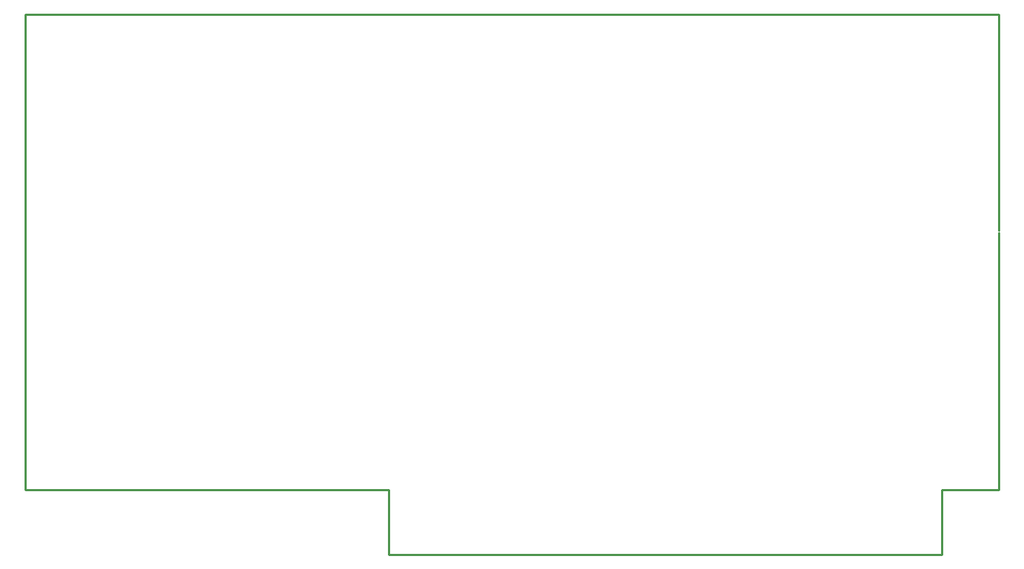
<source format=gm1>
%FSLAX23Y23*%
%MOIN*%
G70*
G01*
G75*
G04 Layer_Color=15461320*
%ADD10R,0.050X0.300*%
%ADD11C,0.008*%
%ADD12C,0.015*%
%ADD13C,0.030*%
%ADD14C,0.065*%
G04:AMPARAMS|DCode=15|XSize=450mil|YSize=400mil|CornerRadius=20mil|HoleSize=0mil|Usage=FLASHONLY|Rotation=0.000|XOffset=0mil|YOffset=0mil|HoleType=Round|Shape=RoundedRectangle|*
%AMROUNDEDRECTD15*
21,1,0.450,0.360,0,0,0.0*
21,1,0.410,0.400,0,0,0.0*
1,1,0.040,0.205,-0.180*
1,1,0.040,-0.205,-0.180*
1,1,0.040,-0.205,0.180*
1,1,0.040,0.205,0.180*
%
%ADD15ROUNDEDRECTD15*%
%ADD16R,0.063X0.063*%
%ADD17C,0.063*%
%ADD18C,0.059*%
%ADD19R,0.059X0.059*%
%ADD20C,0.066*%
%ADD21C,0.188*%
%ADD22R,0.065X0.065*%
%ADD23O,0.050X0.100*%
%ADD24R,0.050X0.100*%
%ADD25C,0.032*%
%ADD26C,0.050*%
%ADD27C,0.008*%
%ADD28C,0.010*%
%ADD29R,0.058X0.308*%
%ADD30C,0.073*%
G04:AMPARAMS|DCode=31|XSize=458mil|YSize=408mil|CornerRadius=24mil|HoleSize=0mil|Usage=FLASHONLY|Rotation=0.000|XOffset=0mil|YOffset=0mil|HoleType=Round|Shape=RoundedRectangle|*
%AMROUNDEDRECTD31*
21,1,0.458,0.360,0,0,0.0*
21,1,0.410,0.408,0,0,0.0*
1,1,0.048,0.205,-0.180*
1,1,0.048,-0.205,-0.180*
1,1,0.048,-0.205,0.180*
1,1,0.048,0.205,0.180*
%
%ADD31ROUNDEDRECTD31*%
%ADD32R,0.071X0.071*%
%ADD33C,0.071*%
%ADD34C,0.067*%
%ADD35R,0.067X0.067*%
%ADD36C,0.074*%
%ADD37C,0.196*%
%ADD38R,0.073X0.073*%
%ADD39O,0.058X0.108*%
%ADD40R,0.058X0.108*%
%ADD41C,0.040*%
D28*
X4180Y1000D02*
Y1300D01*
X2500D02*
X4180D01*
X2500D02*
Y3500D01*
X7000Y2500D02*
Y3500D01*
Y1300D02*
Y2490D01*
X6735Y1300D02*
X7000D01*
X4180Y1000D02*
X6735D01*
Y1300D01*
X2500Y3500D02*
X7000D01*
M02*

</source>
